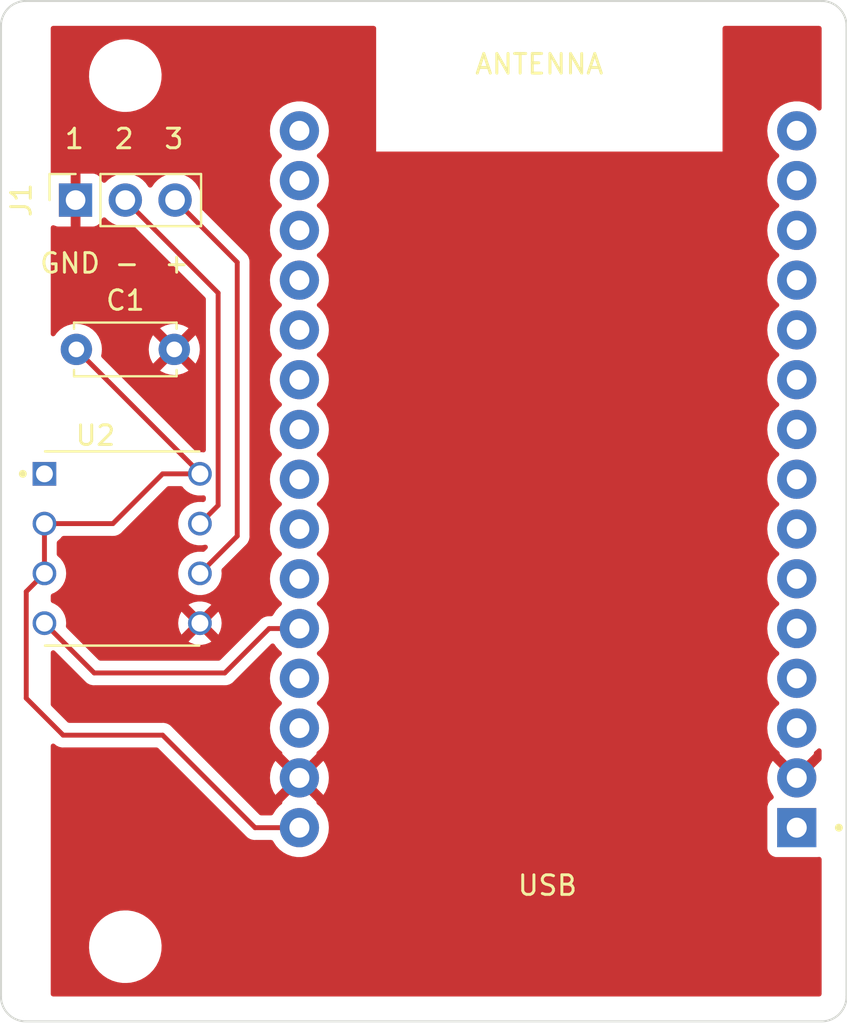
<source format=kicad_pcb>
(kicad_pcb (version 20221018) (generator pcbnew)
  (layers (0 "F.Cu" signal) (31 "B.Cu" signal) (34 "B.Paste" user) (35 "F.Paste" user) (36 "B.SilkS" user "B.Silkscreen") (37 "F.SilkS" user "F.Silkscreen") (38 "B.Mask" user) (39 "F.Mask" user) (44 "Edge.Cuts" user))
  (net 0 "")
  (net 1 "+5V")
  (net 2 "GND")
  (net 3 "/XLR_PIN2")
  (net 4 "/XLR_PIN3")
  (net 6 "/DMX_DATA")
  (footprint "MountingHole:MountingHole_3.2mm_M3_DIN965" (layer "F.Cu") (at 6.35 48.26)
    (fp_text reference "REF**" hide)
    (fp_text value "MountingHole_3.2mm_M3_DIN965" hide)
    (pad "" np_thru_hole circle (at 0 0) (size 3.2 3.2) (drill 3.2) (layers "*.Cu" "*.Mask"))
  )
  (footprint "Footprints:DIP794W47P254L991H457Q8" (layer "F.Cu") (at 6.19 27.94)
    (fp_text reference "U2" (at -1.365 -5.767) (layer "F.SilkS"))
    (fp_text value "MAX485EEPA")
    (fp_line (start -3.935 -4.955) (end 3.935 -4.955) (stroke (width 0.127)) (layer "F.SilkS"))
    (fp_line (start -3.935 4.955) (end 3.935 4.955) (stroke (width 0.127)) (layer "F.SilkS"))
    (fp_circle (center -5.075 -3.81) (end -4.975 -3.81) (stroke (width 0.2)) (fill none) (layer "F.SilkS"))
    (pad "1" thru_hole rect (at -3.97 -3.81) (size 1.21 1.21) (drill 0.86) (layers "*.Cu" "*.Mask"))
    (pad "2" thru_hole circle (at -3.97 -1.27) (size 1.21 1.21) (drill 0.86) (layers "*.Cu" "*.Mask") (net 1 "+5V"))
    (pad "3" thru_hole circle (at -3.97 1.27) (size 1.21 1.21) (drill 0.86) (layers "*.Cu" "*.Mask") (net 1 "+5V"))
    (pad "4" thru_hole circle (at -3.97 3.81) (size 1.21 1.21) (drill 0.86) (layers "*.Cu" "*.Mask") (net 6 "/DMX_DATA"))
    (pad "5" thru_hole circle (at 3.97 3.81) (size 1.21 1.21) (drill 0.86) (layers "*.Cu" "*.Mask") (net 2 "GND"))
    (pad "6" thru_hole circle (at 3.97 1.27) (size 1.21 1.21) (drill 0.86) (layers "*.Cu" "*.Mask") (net 4 "/XLR_PIN3"))
    (pad "7" thru_hole circle (at 3.97 -1.27) (size 1.21 1.21) (drill 0.86) (layers "*.Cu" "*.Mask") (net 3 "/XLR_PIN2"))
    (pad "8" thru_hole circle (at 3.97 -3.81) (size 1.21 1.21) (drill 0.86) (layers "*.Cu" "*.Mask") (net 1 "+5V"))
  )
  (footprint "Capacitor_THT:C_Disc_D5.0mm_W2.5mm_P5.00mm" (layer "F.Cu") (at 3.85 17.78)
    (fp_text reference "C1" (at 2.5 -2.5) (layer "F.SilkS"))
    (fp_text value "C")
    (fp_line (start -0.12 -1.37) (end -0.12 -1.055) (stroke (width 0.12)) (layer "F.SilkS"))
    (fp_line (start -0.12 -1.37) (end 5.12 -1.37) (stroke (width 0.12)) (layer "F.SilkS"))
    (fp_line (start -0.12 1.055) (end -0.12 1.37) (stroke (width 0.12)) (layer "F.SilkS"))
    (fp_line (start -0.12 1.37) (end 5.12 1.37) (stroke (width 0.12)) (layer "F.SilkS"))
    (fp_line (start 5.12 -1.37) (end 5.12 -1.055) (stroke (width 0.12)) (layer "F.SilkS"))
    (fp_line (start 5.12 1.055) (end 5.12 1.37) (stroke (width 0.12)) (layer "F.SilkS"))
    (pad "1" thru_hole circle (at 0 0) (size 1.6 1.6) (drill 0.8) (layers "*.Cu" "*.Mask") (net 1 "+5V"))
    (pad "2" thru_hole circle (at 5 0) (size 1.6 1.6) (drill 0.8) (layers "*.Cu" "*.Mask") (net 2 "GND"))
  )
  (footprint "footprints:MODULE_ESP32_DEVKIT_V1" (layer "F.Cu") (at 27.94 26.67 180)
    (fp_text reference "U1" hide)
    (fp_text value "ESP32-DEVKIT-V1")
    (fp_circle (center -14.85 -15.515) (end -14.75 -15.515) (stroke (width 0.2)) (fill none) (layer "F.SilkS"))
    (pad "1" thru_hole rect (at -12.7 -15.515 180) (size 2 2) (drill 1.02) (layers "*.Cu" "*.Mask"))
    (pad "2" thru_hole circle (at -12.7 -12.975 180) (size 2 2) (drill 1.02) (layers "*.Cu" "*.Mask") (net 2 "GND"))
    (pad "3" thru_hole circle (at -12.7 -10.435 180) (size 2 2) (drill 1.02) (layers "*.Cu" "*.Mask"))
    (pad "4" thru_hole circle (at -12.7 -7.895 180) (size 2 2) (drill 1.02) (layers "*.Cu" "*.Mask"))
    (pad "5" thru_hole circle (at -12.7 -5.355 180) (size 2 2) (drill 1.02) (layers "*.Cu" "*.Mask"))
    (pad "6" thru_hole circle (at -12.7 -2.815 180) (size 2 2) (drill 1.02) (layers "*.Cu" "*.Mask"))
    (pad "7" thru_hole circle (at -12.7 -0.275 180) (size 2 2) (drill 1.02) (layers "*.Cu" "*.Mask"))
    (pad "8" thru_hole circle (at -12.7 2.265 180) (size 2 2) (drill 1.02) (layers "*.Cu" "*.Mask"))
    (pad "9" thru_hole circle (at -12.7 4.805 180) (size 2 2) (drill 1.02) (layers "*.Cu" "*.Mask"))
    (pad "10" thru_hole circle (at -12.7 7.345 180) (size 2 2) (drill 1.02) (layers "*.Cu" "*.Mask"))
    (pad "11" thru_hole circle (at -12.7 9.885 180) (size 2 2) (drill 1.02) (layers "*.Cu" "*.Mask"))
    (pad "12" thru_hole circle (at -12.7 12.425 180) (size 2 2) (drill 1.02) (layers "*.Cu" "*.Mask"))
    (pad "13" thru_hole circle (at -12.7 14.965 180) (size 2 2) (drill 1.02) (layers "*.Cu" "*.Mask"))
    (pad "14" thru_hole circle (at -12.7 17.505 180) (size 2 2) (drill 1.02) (layers "*.Cu" "*.Mask"))
    (pad "15" thru_hole circle (at -12.7 20.045 180) (size 2 2) (drill 1.02) (layers "*.Cu" "*.Mask"))
    (pad "16" thru_hole circle (at 12.7 20.045 180) (size 2 2) (drill 1.02) (layers "*.Cu" "*.Mask"))
    (pad "17" thru_hole circle (at 12.7 17.505 180) (size 2 2) (drill 1.02) (layers "*.Cu" "*.Mask"))
    (pad "18" thru_hole circle (at 12.7 14.965 180) (size 2 2) (drill 1.02) (layers "*.Cu" "*.Mask"))
    (pad "19" thru_hole circle (at 12.7 12.425 180) (size 2 2) (drill 1.02) (layers "*.Cu" "*.Mask"))
    (pad "20" thru_hole circle (at 12.7 9.885 180) (size 2 2) (drill 1.02) (layers "*.Cu" "*.Mask"))
    (pad "21" thru_hole circle (at 12.7 7.345 180) (size 2 2) (drill 1.02) (layers "*.Cu" "*.Mask"))
    (pad "22" thru_hole circle (at 12.7 4.805 180) (size 2 2) (drill 1.02) (layers "*.Cu" "*.Mask"))
    (pad "23" thru_hole circle (at 12.7 2.265 180) (size 2 2) (drill 1.02) (layers "*.Cu" "*.Mask"))
    (pad "24" thru_hole circle (at 12.7 -0.275 180) (size 2 2) (drill 1.02) (layers "*.Cu" "*.Mask"))
    (pad "25" thru_hole circle (at 12.7 -2.815 180) (size 2 2) (drill 1.02) (layers "*.Cu" "*.Mask"))
    (pad "26" thru_hole circle (at 12.7 -5.355 180) (size 2 2) (drill 1.02) (layers "*.Cu" "*.Mask") (net 6 "/DMX_DATA"))
    (pad "27" thru_hole circle (at 12.7 -7.895 180) (size 2 2) (drill 1.02) (layers "*.Cu" "*.Mask"))
    (pad "28" thru_hole circle (at 12.7 -10.435 180) (size 2 2) (drill 1.02) (layers "*.Cu" "*.Mask"))
    (pad "29" thru_hole circle (at 12.7 -12.975 180) (size 2 2) (drill 1.02) (layers "*.Cu" "*.Mask") (net 2 "GND"))
    (pad "30" thru_hole circle (at 12.7 -15.515 180) (size 2 2) (drill 1.02) (layers "*.Cu" "*.Mask") (net 1 "+5V"))
    (zone (net 0) (net_name "") (layer "F.Cu") (connect_pads (clearance 0)) (min_thickness 0.01)
      (keepout (tracks not_allowed) (vias not_allowed) (pads not_allowed) (copperpour not_allowed) (footprints allowed))
      (fill (thermal_gap 0.508) (thermal_bridge_width 0.508))
      (polygon (pts (xy 36.85 7.685) (xy 19.16 7.685) (xy 19.16 1.195) (xy 36.85 1.195)))
    )
  )
  (footprint "Connector_PinSocket_2.54mm:PinSocket_1x03_P2.54mm_Vertical" (layer "F.Cu") (at 3.81 10.16 90)
    (fp_text reference "J1" (at 0 -2.77 90) (layer "F.SilkS"))
    (fp_text value "Conn_01x03" hide)
    (fp_line (start -1.33 1.27) (end -1.33 6.41) (stroke (width 0.12)) (layer "F.SilkS"))
    (fp_line (start -1.33 1.27) (end 1.33 1.27) (stroke (width 0.12)) (layer "F.SilkS"))
    (fp_line (start -1.33 6.41) (end 1.33 6.41) (stroke (width 0.12)) (layer "F.SilkS"))
    (fp_line (start 0 -1.33) (end 1.33 -1.33) (stroke (width 0.12)) (layer "F.SilkS"))
    (fp_line (start 1.33 -1.33) (end 1.33 0) (stroke (width 0.12)) (layer "F.SilkS"))
    (fp_line (start 1.33 1.27) (end 1.33 6.41) (stroke (width 0.12)) (layer "F.SilkS"))
    (pad "1" thru_hole rect (at 0 0 90) (size 1.7 1.7) (drill 1) (layers "*.Cu" "*.Mask") (net 2 "GND"))
    (pad "2" thru_hole oval (at 0 2.54 90) (size 1.7 1.7) (drill 1) (layers "*.Cu" "*.Mask") (net 3 "/XLR_PIN2"))
    (pad "3" thru_hole oval (at 0 5.08 90) (size 1.7 1.7) (drill 1) (layers "*.Cu" "*.Mask") (net 4 "/XLR_PIN3"))
  )
  (footprint "MountingHole:MountingHole_3.2mm_M3_DIN965" (layer "F.Cu") (at 6.35 3.81)
    (fp_text reference "REF**" hide)
    (fp_text value "MountingHole_3.2mm_M3_DIN965" hide)
    (pad "" np_thru_hole circle (at 0 0) (size 3.2 3.2) (drill 3.2) (layers "*.Cu" "*.Mask"))
  )
  (gr_arc (start 1.27 52.07) (mid 0.371974 51.698026) (end 0 50.8) (stroke (width 0.1)) (layer "Edge.Cuts"))
  (gr_line (start 0 50.8) (end 0 1.27) (stroke (width 0.1)) (layer "Edge.Cuts"))
  (gr_arc (start 43.18 50.8) (mid 42.808026 51.698026) (end 41.91 52.07) (stroke (width 0.1)) (layer "Edge.Cuts"))
  (gr_line (start 43.18 1.27) (end 43.18 50.8) (stroke (width 0.1)) (layer "Edge.Cuts"))
  (gr_line (start 1.27 52.07) (end 41.91 52.07) (stroke (width 0.1)) (layer "Edge.Cuts"))
  (gr_arc (start 0 1.27) (mid 0.371974 0.371974) (end 1.27 0) (stroke (width 0.1)) (layer "Edge.Cuts"))
  (gr_arc (start 41.91 0) (mid 42.808026 0.371974) (end 43.18 1.27) (stroke (width 0.1)) (layer "Edge.Cuts"))
  (gr_line (start 1.27 0) (end 41.91 0) (stroke (width 0.1)) (layer "Edge.Cuts"))
  (gr_text "-" (at 5.715 13.97) (layer "F.SilkS") (effects (font (size 1 1)) (justify left bottom)))
  (gr_text "USB" (at 26.308984 45.72) (layer "F.SilkS") (effects (font (size 1 1)) (justify left bottom)))
  (gr_text "ANTENNA\n" (at 24.13 3.81) (layer "F.SilkS") (effects (font (size 1 1)) (justify left bottom)))
  (gr_text "GND" (at 1.905 13.97) (layer "F.SilkS") (effects (font (size 1 1)) (justify left bottom)))
  (gr_text "2" (at 5.715 7.62) (layer "F.SilkS") (effects (font (size 1 1)) (justify left bottom)))
  (gr_text "1" (at 3.175 7.62) (layer "F.SilkS") (effects (font (size 1 1)) (justify left bottom)))
  (gr_text "3" (at 8.255 7.62) (layer "F.SilkS") (effects (font (size 1 1)) (justify left bottom)))
  (gr_text "+" (at 8.255 13.97) (layer "F.SilkS") (effects (font (size 1 1)) (justify left bottom)))
  (segment (start 5.715 26.67) (end 2.22 26.67) (width 0.25) (layer "F.Cu") (net 1))
  (segment (start 3.85 17.78) (end 10.16 24.09) (width 0.25) (layer "F.Cu") (net 1))
  (segment (start 12.975 42.185) (end 15.24 42.185) (width 0.25) (layer "F.Cu") (net 1))
  (segment (start 2.22 26.67) (end 2.22 29.21) (width 0.25) (layer "F.Cu") (net 1))
  (segment (start 1.29 30.14) (end 2.22 29.21) (width 0.25) (layer "F.Cu") (net 1))
  (segment (start 3.175 37.465) (end 1.29 35.58) (width 0.25) (layer "F.Cu") (net 1))
  (segment (start 8.255 37.465) (end 3.175 37.465) (width 0.25) (layer "F.Cu") (net 1))
  (segment (start 12.975 42.185) (end 8.255 37.465) (width 0.25) (layer "F.Cu") (net 1))
  (segment (start 8.255 24.13) (end 5.715 26.67) (width 0.25) (layer "F.Cu") (net 1))
  (segment (start 10.16 24.13) (end 8.255 24.13) (width 0.25) (layer "F.Cu") (net 1))
  (segment (start 1.29 35.58) (end 1.29 30.14) (width 0.25) (layer "F.Cu") (net 1))
  (segment (start 10.16 24.09) (end 10.16 24.13) (width 0.25) (layer "F.Cu") (net 1))
  (segment (start 11.09 25.74) (end 11.09 14.9) (width 0.25) (layer "F.Cu") (net 3))
  (segment (start 11.09 14.9) (end 6.35 10.16) (width 0.25) (layer "F.Cu") (net 3))
  (segment (start 10.16 26.67) (end 11.09 25.74) (width 0.25) (layer "F.Cu") (net 3))
  (segment (start 12.065 13.335) (end 12.065 27.305) (width 0.25) (layer "F.Cu") (net 4))
  (segment (start 8.89 10.16) (end 12.065 13.335) (width 0.25) (layer "F.Cu") (net 4))
  (segment (start 12.065 27.305) (end 10.16 29.21) (width 0.25) (layer "F.Cu") (net 4))
  (segment (start 4.76 34.29) (end 2.22 31.75) (width 0.25) (layer "F.Cu") (net 6))
  (segment (start 11.43 34.29) (end 4.76 34.29) (width 0.25) (layer "F.Cu") (net 6))
  (segment (start 13.695 32.025) (end 11.43 34.29) (width 0.25) (layer "F.Cu") (net 6))
  (segment (start 15.24 32.025) (end 13.695 32.025) (width 0.25) (layer "F.Cu") (net 6))
  (zone (net 2) (net_name "GND") (layer "F.Cu") (name "GND") (connect_pads (clearance 0.5)) (min_thickness 0.25) (fill yes (thermal_gap 0.5) (thermal_bridge_width 0.5))
    (polygon (pts (xy 41.91 1.27) (xy 41.91 50.8) (xy 2.54 50.8) (xy 2.54 1.27)))
  )
)
</source>
